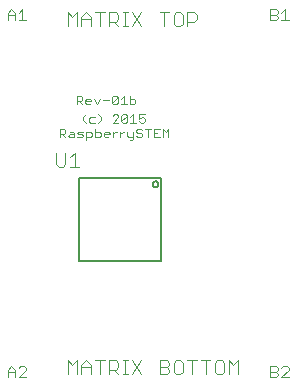
<source format=gto>
G75*
%MOIN*%
%OFA0B0*%
%FSLAX24Y24*%
%IPPOS*%
%LPD*%
%AMOC8*
5,1,8,0,0,1.08239X$1,22.5*
%
%ADD10C,0.0040*%
%ADD11C,0.0030*%
%ADD12C,0.0050*%
D10*
X003804Y000420D02*
X003804Y000880D01*
X003957Y000727D01*
X004111Y000880D01*
X004111Y000420D01*
X004264Y000420D02*
X004264Y000727D01*
X004418Y000880D01*
X004571Y000727D01*
X004571Y000420D01*
X004571Y000650D02*
X004264Y000650D01*
X004725Y000880D02*
X005032Y000880D01*
X004878Y000880D02*
X004878Y000420D01*
X005185Y000420D02*
X005185Y000880D01*
X005415Y000880D01*
X005492Y000804D01*
X005492Y000650D01*
X005415Y000573D01*
X005185Y000573D01*
X005339Y000573D02*
X005492Y000420D01*
X005646Y000420D02*
X005799Y000420D01*
X005722Y000420D02*
X005722Y000880D01*
X005646Y000880D02*
X005799Y000880D01*
X005952Y000880D02*
X006259Y000420D01*
X005952Y000420D02*
X006259Y000880D01*
X006873Y000880D02*
X006873Y000420D01*
X007103Y000420D01*
X007180Y000497D01*
X007180Y000573D01*
X007103Y000650D01*
X006873Y000650D01*
X006873Y000880D02*
X007103Y000880D01*
X007180Y000804D01*
X007180Y000727D01*
X007103Y000650D01*
X007334Y000497D02*
X007410Y000420D01*
X007564Y000420D01*
X007641Y000497D01*
X007641Y000804D01*
X007564Y000880D01*
X007410Y000880D01*
X007334Y000804D01*
X007334Y000497D01*
X007794Y000880D02*
X008101Y000880D01*
X008254Y000880D02*
X008561Y000880D01*
X008408Y000880D02*
X008408Y000420D01*
X008715Y000497D02*
X008792Y000420D01*
X008945Y000420D01*
X009022Y000497D01*
X009022Y000804D01*
X008945Y000880D01*
X008792Y000880D01*
X008715Y000804D01*
X008715Y000497D01*
X009175Y000420D02*
X009175Y000880D01*
X009329Y000727D01*
X009482Y000880D01*
X009482Y000420D01*
X007948Y000420D02*
X007948Y000880D01*
X004189Y007338D02*
X003882Y007338D01*
X004036Y007338D02*
X004036Y007798D01*
X003882Y007645D01*
X003729Y007798D02*
X003729Y007414D01*
X003652Y007338D01*
X003499Y007338D01*
X003422Y007414D01*
X003422Y007798D01*
X003804Y012020D02*
X003804Y012480D01*
X003957Y012327D01*
X004111Y012480D01*
X004111Y012020D01*
X004264Y012020D02*
X004264Y012327D01*
X004418Y012480D01*
X004571Y012327D01*
X004571Y012020D01*
X004571Y012250D02*
X004264Y012250D01*
X004725Y012480D02*
X005032Y012480D01*
X004878Y012480D02*
X004878Y012020D01*
X005185Y012020D02*
X005185Y012480D01*
X005415Y012480D01*
X005492Y012404D01*
X005492Y012250D01*
X005415Y012173D01*
X005185Y012173D01*
X005339Y012173D02*
X005492Y012020D01*
X005646Y012020D02*
X005799Y012020D01*
X005722Y012020D02*
X005722Y012480D01*
X005646Y012480D02*
X005799Y012480D01*
X005952Y012480D02*
X006259Y012020D01*
X005952Y012020D02*
X006259Y012480D01*
X006873Y012480D02*
X007180Y012480D01*
X007027Y012480D02*
X007027Y012020D01*
X007334Y012097D02*
X007410Y012020D01*
X007564Y012020D01*
X007641Y012097D01*
X007641Y012404D01*
X007564Y012480D01*
X007410Y012480D01*
X007334Y012404D01*
X007334Y012097D01*
X007794Y012173D02*
X008024Y012173D01*
X008101Y012250D01*
X008101Y012404D01*
X008024Y012480D01*
X007794Y012480D01*
X007794Y012020D01*
D11*
X001799Y000562D02*
X001799Y000315D01*
X001799Y000500D02*
X002046Y000500D01*
X002046Y000562D02*
X002046Y000315D01*
X002167Y000315D02*
X002414Y000562D01*
X002414Y000624D01*
X002352Y000685D01*
X002229Y000685D01*
X002167Y000624D01*
X002046Y000562D02*
X001922Y000685D01*
X001799Y000562D01*
X002167Y000315D02*
X002414Y000315D01*
X004417Y008218D02*
X004417Y008508D01*
X004562Y008508D01*
X004610Y008460D01*
X004610Y008363D01*
X004562Y008315D01*
X004417Y008315D01*
X004316Y008363D02*
X004267Y008412D01*
X004171Y008412D01*
X004122Y008460D01*
X004171Y008508D01*
X004316Y008508D01*
X004316Y008363D02*
X004267Y008315D01*
X004122Y008315D01*
X004021Y008315D02*
X003876Y008315D01*
X003828Y008363D01*
X003876Y008412D01*
X004021Y008412D01*
X004021Y008460D02*
X004021Y008315D01*
X004021Y008460D02*
X003973Y008508D01*
X003876Y008508D01*
X003726Y008557D02*
X003726Y008460D01*
X003678Y008412D01*
X003533Y008412D01*
X003630Y008412D02*
X003726Y008315D01*
X003533Y008315D02*
X003533Y008605D01*
X003678Y008605D01*
X003726Y008557D01*
X004319Y008892D02*
X004319Y008988D01*
X004415Y009085D01*
X004515Y008940D02*
X004515Y008843D01*
X004563Y008795D01*
X004709Y008795D01*
X004810Y008795D02*
X004906Y008892D01*
X004906Y008988D01*
X004810Y009085D01*
X004709Y008988D02*
X004563Y008988D01*
X004515Y008940D01*
X004415Y008795D02*
X004319Y008892D01*
X004711Y008605D02*
X004711Y008315D01*
X004857Y008315D01*
X004905Y008363D01*
X004905Y008460D01*
X004857Y008508D01*
X004711Y008508D01*
X005006Y008460D02*
X005006Y008363D01*
X005054Y008315D01*
X005151Y008315D01*
X005200Y008412D02*
X005006Y008412D01*
X005006Y008460D02*
X005054Y008508D01*
X005151Y008508D01*
X005200Y008460D01*
X005200Y008412D01*
X005301Y008412D02*
X005398Y008508D01*
X005446Y008508D01*
X005546Y008508D02*
X005546Y008315D01*
X005546Y008412D02*
X005643Y008508D01*
X005691Y008508D01*
X005792Y008508D02*
X005792Y008363D01*
X005840Y008315D01*
X005985Y008315D01*
X005985Y008267D02*
X005937Y008218D01*
X005889Y008218D01*
X005985Y008267D02*
X005985Y008508D01*
X006087Y008508D02*
X006087Y008557D01*
X006135Y008605D01*
X006232Y008605D01*
X006280Y008557D01*
X006232Y008460D02*
X006135Y008460D01*
X006087Y008508D01*
X006087Y008363D02*
X006135Y008315D01*
X006232Y008315D01*
X006280Y008363D01*
X006280Y008412D01*
X006232Y008460D01*
X006381Y008605D02*
X006575Y008605D01*
X006478Y008605D02*
X006478Y008315D01*
X006676Y008315D02*
X006869Y008315D01*
X006970Y008315D02*
X006970Y008605D01*
X007067Y008508D01*
X007164Y008605D01*
X007164Y008315D01*
X006869Y008605D02*
X006676Y008605D01*
X006676Y008315D01*
X006676Y008460D02*
X006773Y008460D01*
X006378Y008843D02*
X006330Y008795D01*
X006233Y008795D01*
X006185Y008843D01*
X006185Y008940D02*
X006281Y008988D01*
X006330Y008988D01*
X006378Y008940D01*
X006378Y008843D01*
X006185Y008940D02*
X006185Y009085D01*
X006378Y009085D01*
X006084Y008795D02*
X005890Y008795D01*
X005987Y008795D02*
X005987Y009085D01*
X005890Y008988D01*
X005789Y009037D02*
X005789Y008843D01*
X005741Y008795D01*
X005644Y008795D01*
X005595Y008843D01*
X005789Y009037D01*
X005741Y009085D01*
X005644Y009085D01*
X005595Y009037D01*
X005595Y008843D01*
X005494Y008795D02*
X005301Y008795D01*
X005494Y008988D01*
X005494Y009037D01*
X005446Y009085D01*
X005349Y009085D01*
X005301Y009037D01*
X005326Y009415D02*
X005278Y009463D01*
X005471Y009657D01*
X005471Y009463D01*
X005423Y009415D01*
X005326Y009415D01*
X005278Y009463D02*
X005278Y009657D01*
X005326Y009705D01*
X005423Y009705D01*
X005471Y009657D01*
X005572Y009608D02*
X005669Y009705D01*
X005669Y009415D01*
X005572Y009415D02*
X005766Y009415D01*
X005867Y009415D02*
X006012Y009415D01*
X006060Y009463D01*
X006060Y009560D01*
X006012Y009608D01*
X005867Y009608D01*
X005867Y009705D02*
X005867Y009415D01*
X005176Y009560D02*
X004983Y009560D01*
X004882Y009608D02*
X004785Y009415D01*
X004688Y009608D01*
X004587Y009560D02*
X004587Y009512D01*
X004394Y009512D01*
X004394Y009560D02*
X004394Y009463D01*
X004442Y009415D01*
X004539Y009415D01*
X004587Y009560D02*
X004539Y009608D01*
X004442Y009608D01*
X004394Y009560D01*
X004292Y009560D02*
X004244Y009512D01*
X004099Y009512D01*
X004196Y009512D02*
X004292Y009415D01*
X004292Y009560D02*
X004292Y009657D01*
X004244Y009705D01*
X004099Y009705D01*
X004099Y009415D01*
X005301Y008508D02*
X005301Y008315D01*
X002414Y012215D02*
X002167Y012215D01*
X002046Y012215D02*
X002046Y012462D01*
X001922Y012585D01*
X001799Y012462D01*
X001799Y012215D01*
X001799Y012400D02*
X002046Y012400D01*
X002167Y012462D02*
X002291Y012585D01*
X002291Y012215D01*
X010562Y012215D02*
X010748Y012215D01*
X010809Y012277D01*
X010809Y012338D01*
X010748Y012400D01*
X010562Y012400D01*
X010562Y012215D02*
X010562Y012585D01*
X010748Y012585D01*
X010809Y012524D01*
X010809Y012462D01*
X010748Y012400D01*
X010931Y012462D02*
X011054Y012585D01*
X011054Y012215D01*
X010931Y012215D02*
X011178Y012215D01*
X011116Y000685D02*
X010992Y000685D01*
X010931Y000624D01*
X010809Y000624D02*
X010748Y000685D01*
X010562Y000685D01*
X010562Y000315D01*
X010748Y000315D01*
X010809Y000377D01*
X010809Y000438D01*
X010748Y000500D01*
X010562Y000500D01*
X010748Y000500D02*
X010809Y000562D01*
X010809Y000624D01*
X011116Y000685D02*
X011178Y000624D01*
X011178Y000562D01*
X010931Y000315D01*
X011178Y000315D01*
D12*
X006930Y004190D02*
X004174Y004190D01*
X004174Y006946D01*
X006930Y006946D01*
X006930Y004190D01*
X006635Y006749D02*
X006637Y006768D01*
X006642Y006787D01*
X006652Y006803D01*
X006664Y006818D01*
X006679Y006830D01*
X006695Y006840D01*
X006714Y006845D01*
X006733Y006847D01*
X006752Y006845D01*
X006771Y006840D01*
X006787Y006830D01*
X006802Y006818D01*
X006814Y006803D01*
X006824Y006787D01*
X006829Y006768D01*
X006831Y006749D01*
X006829Y006730D01*
X006824Y006711D01*
X006814Y006695D01*
X006802Y006680D01*
X006787Y006668D01*
X006771Y006658D01*
X006752Y006653D01*
X006733Y006651D01*
X006714Y006653D01*
X006695Y006658D01*
X006679Y006668D01*
X006664Y006680D01*
X006652Y006695D01*
X006642Y006711D01*
X006637Y006730D01*
X006635Y006749D01*
M02*

</source>
